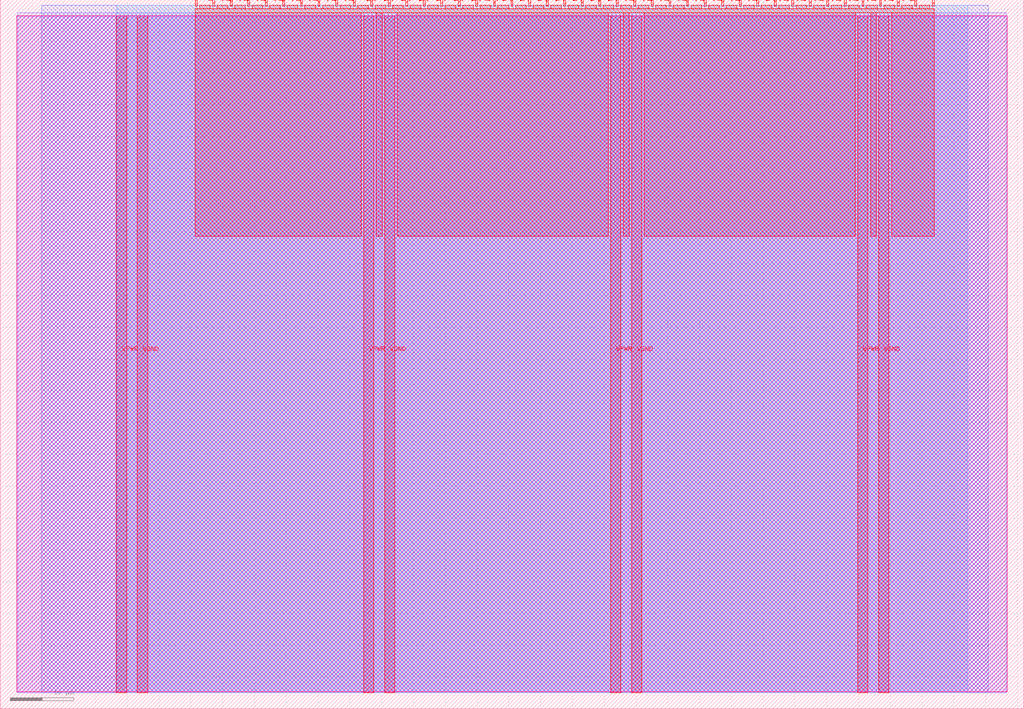
<source format=lef>
VERSION 5.7 ;
  NOWIREEXTENSIONATPIN ON ;
  DIVIDERCHAR "/" ;
  BUSBITCHARS "[]" ;
MACRO tt_um_BNN
  CLASS BLOCK ;
  FOREIGN tt_um_BNN ;
  ORIGIN 0.000 0.000 ;
  SIZE 161.000 BY 111.520 ;
  PIN VGND
    DIRECTION INOUT ;
    USE GROUND ;
    PORT
      LAYER met4 ;
        RECT 21.580 2.480 23.180 109.040 ;
    END
    PORT
      LAYER met4 ;
        RECT 60.450 2.480 62.050 109.040 ;
    END
    PORT
      LAYER met4 ;
        RECT 99.320 2.480 100.920 109.040 ;
    END
    PORT
      LAYER met4 ;
        RECT 138.190 2.480 139.790 109.040 ;
    END
  END VGND
  PIN VPWR
    DIRECTION INOUT ;
    USE POWER ;
    PORT
      LAYER met4 ;
        RECT 18.280 2.480 19.880 109.040 ;
    END
    PORT
      LAYER met4 ;
        RECT 57.150 2.480 58.750 109.040 ;
    END
    PORT
      LAYER met4 ;
        RECT 96.020 2.480 97.620 109.040 ;
    END
    PORT
      LAYER met4 ;
        RECT 134.890 2.480 136.490 109.040 ;
    END
  END VPWR
  PIN clk
    DIRECTION INPUT ;
    USE SIGNAL ;
    ANTENNAGATEAREA 0.852000 ;
    PORT
      LAYER met4 ;
        RECT 143.830 110.520 144.130 111.520 ;
    END
  END clk
  PIN ena
    DIRECTION INPUT ;
    USE SIGNAL ;
    ANTENNAGATEAREA 0.196500 ;
    PORT
      LAYER met4 ;
        RECT 146.590 110.520 146.890 111.520 ;
    END
  END ena
  PIN rst_n
    DIRECTION INPUT ;
    USE SIGNAL ;
    ANTENNAGATEAREA 0.196500 ;
    PORT
      LAYER met4 ;
        RECT 141.070 110.520 141.370 111.520 ;
    END
  END rst_n
  PIN ui_in[0]
    DIRECTION INPUT ;
    USE SIGNAL ;
    ANTENNAGATEAREA 0.247500 ;
    PORT
      LAYER met4 ;
        RECT 138.310 110.520 138.610 111.520 ;
    END
  END ui_in[0]
  PIN ui_in[1]
    DIRECTION INPUT ;
    USE SIGNAL ;
    ANTENNAGATEAREA 0.247500 ;
    PORT
      LAYER met4 ;
        RECT 135.550 110.520 135.850 111.520 ;
    END
  END ui_in[1]
  PIN ui_in[2]
    DIRECTION INPUT ;
    USE SIGNAL ;
    ANTENNAGATEAREA 0.247500 ;
    PORT
      LAYER met4 ;
        RECT 132.790 110.520 133.090 111.520 ;
    END
  END ui_in[2]
  PIN ui_in[3]
    DIRECTION INPUT ;
    USE SIGNAL ;
    ANTENNAGATEAREA 0.247500 ;
    PORT
      LAYER met4 ;
        RECT 130.030 110.520 130.330 111.520 ;
    END
  END ui_in[3]
  PIN ui_in[4]
    DIRECTION INPUT ;
    USE SIGNAL ;
    ANTENNAGATEAREA 0.247500 ;
    PORT
      LAYER met4 ;
        RECT 127.270 110.520 127.570 111.520 ;
    END
  END ui_in[4]
  PIN ui_in[5]
    DIRECTION INPUT ;
    USE SIGNAL ;
    ANTENNAGATEAREA 0.247500 ;
    PORT
      LAYER met4 ;
        RECT 124.510 110.520 124.810 111.520 ;
    END
  END ui_in[5]
  PIN ui_in[6]
    DIRECTION INPUT ;
    USE SIGNAL ;
    ANTENNAGATEAREA 0.247500 ;
    PORT
      LAYER met4 ;
        RECT 121.750 110.520 122.050 111.520 ;
    END
  END ui_in[6]
  PIN ui_in[7]
    DIRECTION INPUT ;
    USE SIGNAL ;
    ANTENNAGATEAREA 0.247500 ;
    PORT
      LAYER met4 ;
        RECT 118.990 110.520 119.290 111.520 ;
    END
  END ui_in[7]
  PIN uio_in[0]
    DIRECTION INPUT ;
    USE SIGNAL ;
    PORT
      LAYER met4 ;
        RECT 116.230 110.520 116.530 111.520 ;
    END
  END uio_in[0]
  PIN uio_in[1]
    DIRECTION INPUT ;
    USE SIGNAL ;
    PORT
      LAYER met4 ;
        RECT 113.470 110.520 113.770 111.520 ;
    END
  END uio_in[1]
  PIN uio_in[2]
    DIRECTION INPUT ;
    USE SIGNAL ;
    PORT
      LAYER met4 ;
        RECT 110.710 110.520 111.010 111.520 ;
    END
  END uio_in[2]
  PIN uio_in[3]
    DIRECTION INPUT ;
    USE SIGNAL ;
    ANTENNAGATEAREA 0.196500 ;
    PORT
      LAYER met4 ;
        RECT 107.950 110.520 108.250 111.520 ;
    END
  END uio_in[3]
  PIN uio_in[4]
    DIRECTION INPUT ;
    USE SIGNAL ;
    ANTENNAGATEAREA 0.126000 ;
    PORT
      LAYER met4 ;
        RECT 105.190 110.520 105.490 111.520 ;
    END
  END uio_in[4]
  PIN uio_in[5]
    DIRECTION INPUT ;
    USE SIGNAL ;
    ANTENNAGATEAREA 0.126000 ;
    PORT
      LAYER met4 ;
        RECT 102.430 110.520 102.730 111.520 ;
    END
  END uio_in[5]
  PIN uio_in[6]
    DIRECTION INPUT ;
    USE SIGNAL ;
    ANTENNAGATEAREA 0.213000 ;
    PORT
      LAYER met4 ;
        RECT 99.670 110.520 99.970 111.520 ;
    END
  END uio_in[6]
  PIN uio_in[7]
    DIRECTION INPUT ;
    USE SIGNAL ;
    ANTENNAGATEAREA 0.126000 ;
    PORT
      LAYER met4 ;
        RECT 96.910 110.520 97.210 111.520 ;
    END
  END uio_in[7]
  PIN uio_oe[0]
    DIRECTION OUTPUT ;
    USE SIGNAL ;
    PORT
      LAYER met4 ;
        RECT 49.990 110.520 50.290 111.520 ;
    END
  END uio_oe[0]
  PIN uio_oe[1]
    DIRECTION OUTPUT ;
    USE SIGNAL ;
    PORT
      LAYER met4 ;
        RECT 47.230 110.520 47.530 111.520 ;
    END
  END uio_oe[1]
  PIN uio_oe[2]
    DIRECTION OUTPUT ;
    USE SIGNAL ;
    PORT
      LAYER met4 ;
        RECT 44.470 110.520 44.770 111.520 ;
    END
  END uio_oe[2]
  PIN uio_oe[3]
    DIRECTION OUTPUT ;
    USE SIGNAL ;
    PORT
      LAYER met4 ;
        RECT 41.710 110.520 42.010 111.520 ;
    END
  END uio_oe[3]
  PIN uio_oe[4]
    DIRECTION OUTPUT ;
    USE SIGNAL ;
    PORT
      LAYER met4 ;
        RECT 38.950 110.520 39.250 111.520 ;
    END
  END uio_oe[4]
  PIN uio_oe[5]
    DIRECTION OUTPUT ;
    USE SIGNAL ;
    PORT
      LAYER met4 ;
        RECT 36.190 110.520 36.490 111.520 ;
    END
  END uio_oe[5]
  PIN uio_oe[6]
    DIRECTION OUTPUT ;
    USE SIGNAL ;
    PORT
      LAYER met4 ;
        RECT 33.430 110.520 33.730 111.520 ;
    END
  END uio_oe[6]
  PIN uio_oe[7]
    DIRECTION OUTPUT ;
    USE SIGNAL ;
    PORT
      LAYER met4 ;
        RECT 30.670 110.520 30.970 111.520 ;
    END
  END uio_oe[7]
  PIN uio_out[0]
    DIRECTION OUTPUT ;
    USE SIGNAL ;
    PORT
      LAYER met4 ;
        RECT 72.070 110.520 72.370 111.520 ;
    END
  END uio_out[0]
  PIN uio_out[1]
    DIRECTION OUTPUT ;
    USE SIGNAL ;
    PORT
      LAYER met4 ;
        RECT 69.310 110.520 69.610 111.520 ;
    END
  END uio_out[1]
  PIN uio_out[2]
    DIRECTION OUTPUT ;
    USE SIGNAL ;
    PORT
      LAYER met4 ;
        RECT 66.550 110.520 66.850 111.520 ;
    END
  END uio_out[2]
  PIN uio_out[3]
    DIRECTION OUTPUT ;
    USE SIGNAL ;
    PORT
      LAYER met4 ;
        RECT 63.790 110.520 64.090 111.520 ;
    END
  END uio_out[3]
  PIN uio_out[4]
    DIRECTION OUTPUT ;
    USE SIGNAL ;
    PORT
      LAYER met4 ;
        RECT 61.030 110.520 61.330 111.520 ;
    END
  END uio_out[4]
  PIN uio_out[5]
    DIRECTION OUTPUT ;
    USE SIGNAL ;
    PORT
      LAYER met4 ;
        RECT 58.270 110.520 58.570 111.520 ;
    END
  END uio_out[5]
  PIN uio_out[6]
    DIRECTION OUTPUT ;
    USE SIGNAL ;
    PORT
      LAYER met4 ;
        RECT 55.510 110.520 55.810 111.520 ;
    END
  END uio_out[6]
  PIN uio_out[7]
    DIRECTION OUTPUT ;
    USE SIGNAL ;
    PORT
      LAYER met4 ;
        RECT 52.750 110.520 53.050 111.520 ;
    END
  END uio_out[7]
  PIN uo_out[0]
    DIRECTION OUTPUT ;
    USE SIGNAL ;
    ANTENNADIFFAREA 0.891000 ;
    PORT
      LAYER met4 ;
        RECT 94.150 110.520 94.450 111.520 ;
    END
  END uo_out[0]
  PIN uo_out[1]
    DIRECTION OUTPUT ;
    USE SIGNAL ;
    ANTENNADIFFAREA 0.891000 ;
    PORT
      LAYER met4 ;
        RECT 91.390 110.520 91.690 111.520 ;
    END
  END uo_out[1]
  PIN uo_out[2]
    DIRECTION OUTPUT ;
    USE SIGNAL ;
    ANTENNADIFFAREA 0.891000 ;
    PORT
      LAYER met4 ;
        RECT 88.630 110.520 88.930 111.520 ;
    END
  END uo_out[2]
  PIN uo_out[3]
    DIRECTION OUTPUT ;
    USE SIGNAL ;
    ANTENNADIFFAREA 0.891000 ;
    PORT
      LAYER met4 ;
        RECT 85.870 110.520 86.170 111.520 ;
    END
  END uo_out[3]
  PIN uo_out[4]
    DIRECTION OUTPUT ;
    USE SIGNAL ;
    ANTENNADIFFAREA 0.445500 ;
    PORT
      LAYER met4 ;
        RECT 83.110 110.520 83.410 111.520 ;
    END
  END uo_out[4]
  PIN uo_out[5]
    DIRECTION OUTPUT ;
    USE SIGNAL ;
    ANTENNADIFFAREA 0.445500 ;
    PORT
      LAYER met4 ;
        RECT 80.350 110.520 80.650 111.520 ;
    END
  END uo_out[5]
  PIN uo_out[6]
    DIRECTION OUTPUT ;
    USE SIGNAL ;
    ANTENNADIFFAREA 0.445500 ;
    PORT
      LAYER met4 ;
        RECT 77.590 110.520 77.890 111.520 ;
    END
  END uo_out[6]
  PIN uo_out[7]
    DIRECTION OUTPUT ;
    USE SIGNAL ;
    ANTENNADIFFAREA 0.445500 ;
    PORT
      LAYER met4 ;
        RECT 74.830 110.520 75.130 111.520 ;
    END
  END uo_out[7]
  OBS
      LAYER nwell ;
        RECT 2.570 2.635 158.430 108.990 ;
      LAYER li1 ;
        RECT 2.760 2.635 158.240 108.885 ;
      LAYER met1 ;
        RECT 2.760 2.480 158.240 109.440 ;
      LAYER met2 ;
        RECT 6.540 2.535 155.380 110.685 ;
      LAYER met3 ;
        RECT 18.290 2.555 152.195 110.665 ;
      LAYER met4 ;
        RECT 31.370 110.120 33.030 110.665 ;
        RECT 34.130 110.120 35.790 110.665 ;
        RECT 36.890 110.120 38.550 110.665 ;
        RECT 39.650 110.120 41.310 110.665 ;
        RECT 42.410 110.120 44.070 110.665 ;
        RECT 45.170 110.120 46.830 110.665 ;
        RECT 47.930 110.120 49.590 110.665 ;
        RECT 50.690 110.120 52.350 110.665 ;
        RECT 53.450 110.120 55.110 110.665 ;
        RECT 56.210 110.120 57.870 110.665 ;
        RECT 58.970 110.120 60.630 110.665 ;
        RECT 61.730 110.120 63.390 110.665 ;
        RECT 64.490 110.120 66.150 110.665 ;
        RECT 67.250 110.120 68.910 110.665 ;
        RECT 70.010 110.120 71.670 110.665 ;
        RECT 72.770 110.120 74.430 110.665 ;
        RECT 75.530 110.120 77.190 110.665 ;
        RECT 78.290 110.120 79.950 110.665 ;
        RECT 81.050 110.120 82.710 110.665 ;
        RECT 83.810 110.120 85.470 110.665 ;
        RECT 86.570 110.120 88.230 110.665 ;
        RECT 89.330 110.120 90.990 110.665 ;
        RECT 92.090 110.120 93.750 110.665 ;
        RECT 94.850 110.120 96.510 110.665 ;
        RECT 97.610 110.120 99.270 110.665 ;
        RECT 100.370 110.120 102.030 110.665 ;
        RECT 103.130 110.120 104.790 110.665 ;
        RECT 105.890 110.120 107.550 110.665 ;
        RECT 108.650 110.120 110.310 110.665 ;
        RECT 111.410 110.120 113.070 110.665 ;
        RECT 114.170 110.120 115.830 110.665 ;
        RECT 116.930 110.120 118.590 110.665 ;
        RECT 119.690 110.120 121.350 110.665 ;
        RECT 122.450 110.120 124.110 110.665 ;
        RECT 125.210 110.120 126.870 110.665 ;
        RECT 127.970 110.120 129.630 110.665 ;
        RECT 130.730 110.120 132.390 110.665 ;
        RECT 133.490 110.120 135.150 110.665 ;
        RECT 136.250 110.120 137.910 110.665 ;
        RECT 139.010 110.120 140.670 110.665 ;
        RECT 141.770 110.120 143.430 110.665 ;
        RECT 144.530 110.120 146.190 110.665 ;
        RECT 30.655 109.440 146.905 110.120 ;
        RECT 30.655 74.295 56.750 109.440 ;
        RECT 59.150 74.295 60.050 109.440 ;
        RECT 62.450 74.295 95.620 109.440 ;
        RECT 98.020 74.295 98.920 109.440 ;
        RECT 101.320 74.295 134.490 109.440 ;
        RECT 136.890 74.295 137.790 109.440 ;
        RECT 140.190 74.295 146.905 109.440 ;
  END
END tt_um_BNN
END LIBRARY


</source>
